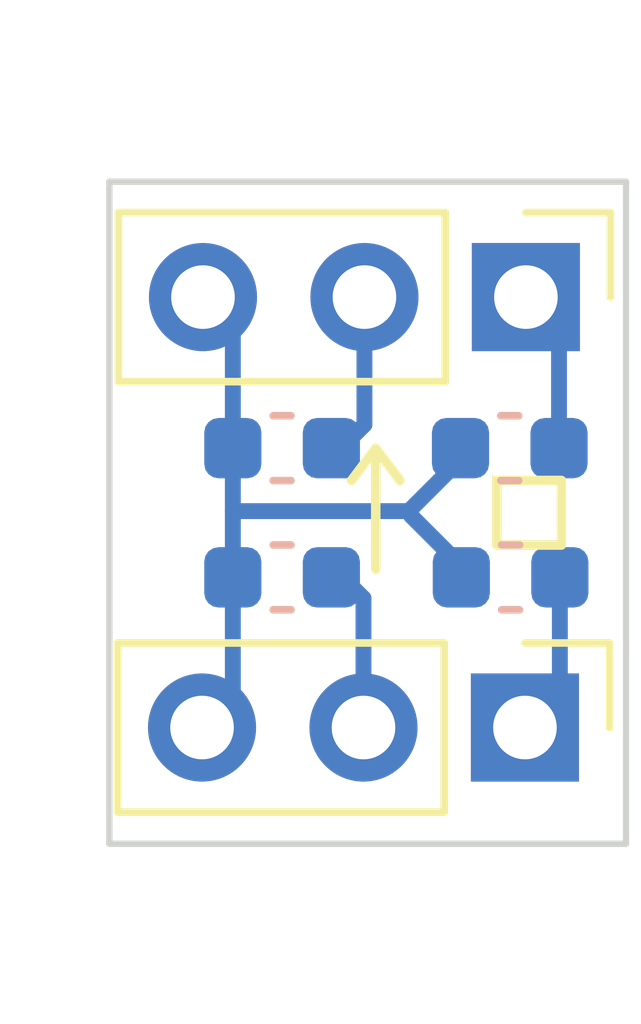
<source format=kicad_pcb>
(kicad_pcb (version 20211014) (generator pcbnew)
  (layers (0 "F.Cu" signal) (31 "B.Cu" signal) (34 "B.Paste" user) (35 "F.Paste" user) (36 "B.SilkS" user "B.Silkscreen") (37 "F.SilkS" user "F.Silkscreen") (38 "B.Mask" user) (39 "F.Mask" user) (44 "Edge.Cuts" user))
  (net 0 "")
  (net 1 "Net-(C1-Pad1)")
  (net 2 "GND")
  (net 3 "Net-(C2-Pad1)")
  (net 4 "Net-(C3-Pad2)")
  (net 5 "Net-(C4-Pad1)")
  (footprint "Connector_PinHeader_2.54mm:PinHeader_1x03_P2.54mm_Vertical" (layer "F.Cu") (at 117.8052 106.7172 -90)
    (fp_text reference "J2" hide)
    (fp_text value "Conn_01x03")
    (fp_line (start 1.33 1.27) (end 1.33 6.41) (layer "F.SilkS") (width 0.12))
    (fp_line (start -1.33 1.27) (end -1.33 6.41) (layer "F.SilkS") (width 0.12))
    (fp_line (start -1.33 6.41) (end 1.33 6.41) (layer "F.SilkS") (width 0.12))
    (fp_line (start -1.33 0) (end -1.33 -1.33) (layer "F.SilkS") (width 0.12))
    (fp_line (start -1.33 -1.33) (end 0 -1.33) (layer "F.SilkS") (width 0.12))
    (fp_line (start -1.33 1.27) (end 1.33 1.27) (layer "F.SilkS") (width 0.12))
    (pad "1" thru_hole rect (at 0 0 270) (size 1.7 1.7) (drill 1) (layers *.Cu *.Mask) (net 5 "Net-(C4-Pad1)"))
    (pad "2" thru_hole oval (at 0 2.54 270) (size 1.7 1.7) (drill 1) (layers *.Cu *.Mask) (net 3 "Net-(C2-Pad1)"))
    (pad "3" thru_hole oval (at 0 5.08 270) (size 1.7 1.7) (drill 1) (layers *.Cu *.Mask) (net 2 "GND"))
  )
  (footprint "Connector_PinHeader_2.54mm:PinHeader_1x03_P2.54mm_Vertical" (layer "F.Cu") (at 117.7902 113.4872 -90)
    (fp_text reference "J1" hide)
    (fp_text value "Conn_01x03")
    (fp_line (start -1.33 1.27) (end 1.33 1.27) (layer "F.SilkS") (width 0.12))
    (fp_line (start -1.33 1.27) (end -1.33 6.41) (layer "F.SilkS") (width 0.12))
    (fp_line (start 1.33 1.27) (end 1.33 6.41) (layer "F.SilkS") (width 0.12))
    (fp_line (start -1.33 -1.33) (end 0 -1.33) (layer "F.SilkS") (width 0.12))
    (fp_line (start -1.33 6.41) (end 1.33 6.41) (layer "F.SilkS") (width 0.12))
    (fp_line (start -1.33 0) (end -1.33 -1.33) (layer "F.SilkS") (width 0.12))
    (pad "1" thru_hole rect (at 0 0 270) (size 1.7 1.7) (drill 1) (layers *.Cu *.Mask) (net 4 "Net-(C3-Pad2)"))
    (pad "2" thru_hole oval (at 0 2.54 270) (size 1.7 1.7) (drill 1) (layers *.Cu *.Mask) (net 1 "Net-(C1-Pad1)"))
    (pad "3" thru_hole oval (at 0 5.08 270) (size 1.7 1.7) (drill 1) (layers *.Cu *.Mask) (net 2 "GND"))
  )
  (footprint "Capacitor_SMD:C_0603_1608Metric" (layer "B.Cu") (at 117.5642 111.125)
    (fp_text reference "C3" hide)
    (fp_text value "22nF")
    (fp_line (start -0.14058 0.51) (end 0.14058 0.51) (layer "B.SilkS") (width 0.12))
    (fp_line (start -0.14058 -0.51) (end 0.14058 -0.51) (layer "B.SilkS") (width 0.12))
    (pad "1" smd roundrect (at -0.775 0) (size 0.9 0.95) (layers "B.Cu" "B.Paste" "B.Mask") (net 2 "GND"))
    (pad "2" smd roundrect (at 0.775 0) (size 0.9 0.95) (layers "B.Cu" "B.Paste" "B.Mask") (net 4 "Net-(C3-Pad2)"))
  )
  (footprint "Capacitor_SMD:C_0603_1608Metric" (layer "B.Cu") (at 113.9698 111.125 180)
    (fp_text reference "C1" hide)
    (fp_text value "22nF")
    (fp_line (start -0.14058 0.51) (end 0.14058 0.51) (layer "B.SilkS") (width 0.12))
    (fp_line (start -0.14058 -0.51) (end 0.14058 -0.51) (layer "B.SilkS") (width 0.12))
    (pad "1" smd roundrect (at -0.775 0 180) (size 0.9 0.95) (layers "B.Cu" "B.Paste" "B.Mask") (net 1 "Net-(C1-Pad1)"))
    (pad "2" smd roundrect (at 0.775 0 180) (size 0.9 0.95) (layers "B.Cu" "B.Paste" "B.Mask") (net 2 "GND"))
  )
  (footprint "Capacitor_SMD:C_0603_1608Metric" (layer "B.Cu") (at 117.5512 109.093 180)
    (fp_text reference "C4" hide)
    (fp_text value "22nF")
    (fp_line (start -0.14058 -0.51) (end 0.14058 -0.51) (layer "B.SilkS") (width 0.12))
    (fp_line (start -0.14058 0.51) (end 0.14058 0.51) (layer "B.SilkS") (width 0.12))
    (pad "1" smd roundrect (at -0.775 0 180) (size 0.9 0.95) (layers "B.Cu" "B.Paste" "B.Mask") (net 5 "Net-(C4-Pad1)"))
    (pad "2" smd roundrect (at 0.775 0 180) (size 0.9 0.95) (layers "B.Cu" "B.Paste" "B.Mask") (net 2 "GND"))
  )
  (footprint "Capacitor_SMD:C_0603_1608Metric" (layer "B.Cu") (at 113.9698 109.093 180)
    (fp_text reference "C2" hide)
    (fp_text value "22nF")
    (fp_line (start -0.14058 -0.51) (end 0.14058 -0.51) (layer "B.SilkS") (width 0.12))
    (fp_line (start -0.14058 0.51) (end 0.14058 0.51) (layer "B.SilkS") (width 0.12))
    (pad "1" smd roundrect (at -0.775 0 180) (size 0.9 0.95) (layers "B.Cu" "B.Paste" "B.Mask") (net 3 "Net-(C2-Pad1)"))
    (pad "2" smd roundrect (at 0.775 0 180) (size 0.9 0.95) (layers "B.Cu" "B.Paste" "B.Mask") (net 2 "GND"))
  )
  (gr_line (start 115.824 109.601) (end 115.443 109.093) (layer "F.SilkS") (width 0.15))
  (gr_rect (start 117.348 109.601) (end 118.364 110.617) (layer "F.SilkS") (width 0.15) (fill none))
  (gr_line (start 115.062 109.601) (end 115.443 109.093) (layer "F.SilkS") (width 0.15))
  (gr_line (start 115.443 110.998) (end 115.443 110.617) (layer "F.SilkS") (width 0.15))
  (gr_line (start 115.443 110.617) (end 115.443 109.093) (layer "F.SilkS") (width 0.15))
  (gr_line (start 119.38 104.902) (end 111.252 104.902) (layer "Edge.Cuts") (width 0.1))
  (gr_line (start 111.252 115.316) (end 119.38 115.316) (layer "Edge.Cuts") (width 0.1))
  (gr_line (start 119.38 115.316) (end 119.38 104.902) (layer "Edge.Cuts") (width 0.1))
  (gr_line (start 111.252 104.902) (end 111.252 115.316) (layer "Edge.Cuts") (width 0.1))
  (segment (start 114.7448 111.125) (end 114.9226 111.125) (width 0.25) (layer "B.Cu") (net 1))
  (segment (start 115.2502 111.4526) (end 115.2502 113.4872) (width 0.25) (layer "B.Cu") (net 1))
  (segment (start 114.9226 111.125) (end 115.2502 111.4526) (width 0.25) (layer "B.Cu") (net 1))
  (segment (start 116.7892 111.125) (end 116.7892 110.9472) (width 0.25) (layer "B.Cu") (net 2))
  (segment (start 113.1948 107.1868) (end 112.7252 106.7172) (width 0.25) (layer "B.Cu") (net 2))
  (segment (start 113.1948 113.0026) (end 113.1948 111.1628) (width 0.25) (layer "B.Cu") (net 2))
  (segment (start 113.1948 111.125) (end 113.1948 111.1628) (width 0.25) (layer "B.Cu") (net 2))
  (segment (start 113.1948 111.1628) (end 113.1948 109.1822) (width 0.25) (layer "B.Cu") (net 2))
  (segment (start 116.7892 110.9472) (end 116.00208 110.16008) (width 0.25) (layer "B.Cu") (net 2))
  (segment (start 113.1948 110.0836) (end 115.9634 110.0836) (width 0.25) (layer "B.Cu") (net 2))
  (segment (start 112.7102 113.4872) (end 113.1948 113.0026) (width 0.25) (layer "B.Cu") (net 2))
  (segment (start 113.1948 109.093) (end 113.1948 109.1822) (width 0.25) (layer "B.Cu") (net 2))
  (segment (start 116.00208 110.04492) (end 116.7762 109.2708) (width 0.25) (layer "B.Cu") (net 2))
  (segment (start 113.1948 109.1822) (end 113.1948 107.1868) (width 0.25) (layer "B.Cu") (net 2))
  (segment (start 115.9634 110.0836) (end 116.00208 110.04492) (width 0.25) (layer "B.Cu") (net 2))
  (segment (start 116.00208 110.16008) (end 116.00208 110.04492) (width 0.25) (layer "B.Cu") (net 2))
  (segment (start 116.7762 109.093) (end 116.7762 109.2708) (width 0.25) (layer "B.Cu") (net 2))
  (segment (start 115.2652 106.7172) (end 115.2652 108.725) (width 0.25) (layer "B.Cu") (net 3))
  (segment (start 114.9796 109.0106) (end 114.7448 109.2454) (width 0.25) (layer "B.Cu") (net 3))
  (segment (start 115.2652 108.725) (end 114.9796 109.0106) (width 0.25) (layer "B.Cu") (net 3))
  (segment (start 114.8972 109.093) (end 114.9796 109.0106) (width 0.25) (layer "B.Cu") (net 3))
  (segment (start 114.7448 109.093) (end 114.8972 109.093) (width 0.25) (layer "B.Cu") (net 3))
  (segment (start 118.3392 112.9382) (end 117.7902 113.4872) (width 0.25) (layer "B.Cu") (net 4))
  (segment (start 118.3392 110.9218) (end 118.3392 112.9382) (width 0.25) (layer "B.Cu") (net 4))
  (segment (start 118.3262 107.2382) (end 117.8052 106.7172) (width 0.25) (layer "B.Cu") (net 5))
  (segment (start 118.2878 109.2324) (end 118.3262 109.2708) (width 0.25) (layer "B.Cu") (net 5))
  (segment (start 118.3262 109.2708) (end 118.3262 107.2382) (width 0.25) (layer "B.Cu") (net 5))
)
</source>
